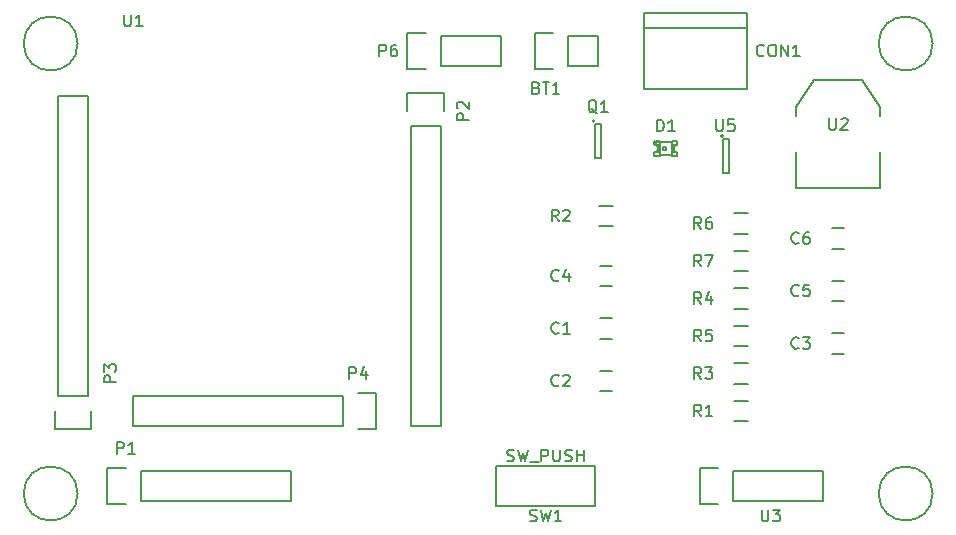
<source format=gbr>
G04 #@! TF.FileFunction,Legend,Top*
%FSLAX46Y46*%
G04 Gerber Fmt 4.6, Leading zero omitted, Abs format (unit mm)*
G04 Created by KiCad (PCBNEW (2015-03-05 BZR 5481)-product) date Monday, 13 July 2015 02:26:57 pm*
%MOMM*%
G01*
G04 APERTURE LIST*
%ADD10C,0.100000*%
%ADD11C,0.150000*%
G04 APERTURE END LIST*
D10*
D11*
X51435000Y-30480000D02*
X51435000Y-55880000D01*
X51435000Y-55880000D02*
X53975000Y-55880000D01*
X53975000Y-55880000D02*
X53975000Y-30480000D01*
X51155000Y-27660000D02*
X51155000Y-29210000D01*
X51435000Y-30480000D02*
X53975000Y-30480000D01*
X54255000Y-29210000D02*
X54255000Y-27660000D01*
X54255000Y-27660000D02*
X51155000Y-27660000D01*
X24130000Y-53340000D02*
X24130000Y-27940000D01*
X24130000Y-27940000D02*
X21590000Y-27940000D01*
X21590000Y-27940000D02*
X21590000Y-53340000D01*
X24410000Y-56160000D02*
X24410000Y-54610000D01*
X24130000Y-53340000D02*
X21590000Y-53340000D01*
X21310000Y-54610000D02*
X21310000Y-56160000D01*
X21310000Y-56160000D02*
X24410000Y-56160000D01*
X45720000Y-53340000D02*
X27940000Y-53340000D01*
X27940000Y-53340000D02*
X27940000Y-55880000D01*
X27940000Y-55880000D02*
X45720000Y-55880000D01*
X48540000Y-53060000D02*
X46990000Y-53060000D01*
X45720000Y-53340000D02*
X45720000Y-55880000D01*
X46990000Y-56160000D02*
X48540000Y-56160000D01*
X48540000Y-56160000D02*
X48540000Y-53060000D01*
X53975000Y-25400000D02*
X59055000Y-25400000D01*
X59055000Y-25400000D02*
X59055000Y-22860000D01*
X59055000Y-22860000D02*
X53975000Y-22860000D01*
X51155000Y-22580000D02*
X52705000Y-22580000D01*
X53975000Y-22860000D02*
X53975000Y-25400000D01*
X52705000Y-25680000D02*
X51155000Y-25680000D01*
X51155000Y-25680000D02*
X51155000Y-22580000D01*
X67010000Y-30050000D02*
G75*
G03X67010000Y-30050000I-100000J0D01*
G01*
X67560000Y-30300000D02*
X67060000Y-30300000D01*
X67560000Y-33200000D02*
X67560000Y-30300000D01*
X67060000Y-33200000D02*
X67560000Y-33200000D01*
X67060000Y-30300000D02*
X67060000Y-33200000D01*
X84074000Y-32639000D02*
X84074000Y-35687000D01*
X84074000Y-35687000D02*
X91186000Y-35687000D01*
X91186000Y-35687000D02*
X91186000Y-32639000D01*
X84074000Y-29591000D02*
X84074000Y-28829000D01*
X84074000Y-28829000D02*
X85598000Y-26543000D01*
X85598000Y-26543000D02*
X89662000Y-26543000D01*
X89662000Y-26543000D02*
X91186000Y-28829000D01*
X91186000Y-28829000D02*
X91186000Y-29591000D01*
X78740000Y-62230000D02*
X86360000Y-62230000D01*
X78740000Y-59690000D02*
X86360000Y-59690000D01*
X75920000Y-59410000D02*
X77470000Y-59410000D01*
X86360000Y-62230000D02*
X86360000Y-59690000D01*
X78740000Y-59690000D02*
X78740000Y-62230000D01*
X77470000Y-62510000D02*
X75920000Y-62510000D01*
X75920000Y-62510000D02*
X75920000Y-59410000D01*
X77905000Y-31320000D02*
G75*
G03X77905000Y-31320000I-100000J0D01*
G01*
X78355000Y-31570000D02*
X77855000Y-31570000D01*
X78355000Y-34470000D02*
X78355000Y-31570000D01*
X77855000Y-34470000D02*
X78355000Y-34470000D01*
X77855000Y-31570000D02*
X77855000Y-34470000D01*
X79915900Y-20947540D02*
X71215900Y-20947540D01*
X79915900Y-27352540D02*
X71215900Y-27352540D01*
X71215900Y-27352540D02*
X71215900Y-20947540D01*
X71215900Y-22177540D02*
X79915900Y-22177540D01*
X79915900Y-20947540D02*
X79915900Y-27352540D01*
X64770000Y-22860000D02*
X67310000Y-22860000D01*
X61950000Y-22580000D02*
X63500000Y-22580000D01*
X64770000Y-22860000D02*
X64770000Y-25400000D01*
X63500000Y-25680000D02*
X61950000Y-25680000D01*
X61950000Y-25680000D02*
X61950000Y-22580000D01*
X64770000Y-25400000D02*
X67310000Y-25400000D01*
X67310000Y-25400000D02*
X67310000Y-22860000D01*
X72527160Y-32684720D02*
X72527160Y-33009840D01*
X72527160Y-33009840D02*
X72026780Y-33009840D01*
X72026780Y-32684720D02*
X72026780Y-33009840D01*
X72527160Y-32684720D02*
X72026780Y-32684720D01*
X72527160Y-32062420D02*
X72527160Y-32212280D01*
X72527160Y-32212280D02*
X72275700Y-32212280D01*
X72275700Y-32062420D02*
X72275700Y-32212280D01*
X72527160Y-32062420D02*
X72275700Y-32062420D01*
X72527160Y-32557720D02*
X72527160Y-32707580D01*
X72527160Y-32707580D02*
X72275700Y-32707580D01*
X72275700Y-32557720D02*
X72275700Y-32707580D01*
X72527160Y-32557720D02*
X72275700Y-32557720D01*
X72527160Y-32186880D02*
X72527160Y-32583120D01*
X72527160Y-32583120D02*
X72351900Y-32583120D01*
X72351900Y-32186880D02*
X72351900Y-32583120D01*
X72527160Y-32186880D02*
X72351900Y-32186880D01*
X74023220Y-32684720D02*
X74023220Y-33009840D01*
X74023220Y-33009840D02*
X73522840Y-33009840D01*
X73522840Y-32684720D02*
X73522840Y-33009840D01*
X74023220Y-32684720D02*
X73522840Y-32684720D01*
X74023220Y-31760160D02*
X74023220Y-32085280D01*
X74023220Y-32085280D02*
X73522840Y-32085280D01*
X73522840Y-31760160D02*
X73522840Y-32085280D01*
X74023220Y-31760160D02*
X73522840Y-31760160D01*
X73774300Y-32557720D02*
X73774300Y-32707580D01*
X73774300Y-32707580D02*
X73522840Y-32707580D01*
X73522840Y-32557720D02*
X73522840Y-32707580D01*
X73774300Y-32557720D02*
X73522840Y-32557720D01*
X73774300Y-32062420D02*
X73774300Y-32212280D01*
X73774300Y-32212280D02*
X73522840Y-32212280D01*
X73522840Y-32062420D02*
X73522840Y-32212280D01*
X73774300Y-32062420D02*
X73522840Y-32062420D01*
X73698100Y-32186880D02*
X73698100Y-32583120D01*
X73698100Y-32583120D02*
X73522840Y-32583120D01*
X73522840Y-32186880D02*
X73522840Y-32583120D01*
X73698100Y-32186880D02*
X73522840Y-32186880D01*
X73025000Y-32285940D02*
X73025000Y-32484060D01*
X73025000Y-32484060D02*
X72826880Y-32484060D01*
X72826880Y-32285940D02*
X72826880Y-32484060D01*
X73025000Y-32285940D02*
X72826880Y-32285940D01*
X72527160Y-31785560D02*
X72527160Y-32085280D01*
X72527160Y-32085280D02*
X72227440Y-32085280D01*
X72227440Y-31785560D02*
X72227440Y-32085280D01*
X72527160Y-31785560D02*
X72227440Y-31785560D01*
X72100440Y-31760160D02*
X72100440Y-31986220D01*
X72100440Y-31986220D02*
X72026780Y-31986220D01*
X72026780Y-31760160D02*
X72026780Y-31986220D01*
X72100440Y-31760160D02*
X72026780Y-31760160D01*
X72501760Y-32959040D02*
X73548240Y-32959040D01*
X73522840Y-31810960D02*
X72100440Y-31810960D01*
X72248482Y-31935420D02*
G75*
G03X72248482Y-31935420I-71842J0D01*
G01*
X72026780Y-32037020D02*
G75*
G02X72026780Y-32732980I0J-347980D01*
G01*
X74023220Y-32732980D02*
G75*
G02X74023220Y-32037020I0J347980D01*
G01*
X28575000Y-59690000D02*
X41275000Y-59690000D01*
X41275000Y-59690000D02*
X41275000Y-62230000D01*
X41275000Y-62230000D02*
X28575000Y-62230000D01*
X25755000Y-59410000D02*
X27305000Y-59410000D01*
X28575000Y-59690000D02*
X28575000Y-62230000D01*
X27305000Y-62510000D02*
X25755000Y-62510000D01*
X25755000Y-62510000D02*
X25755000Y-59410000D01*
X23241000Y-23495000D02*
G75*
G03X23241000Y-23495000I-2286000J0D01*
G01*
X95631000Y-23495000D02*
G75*
G03X95631000Y-23495000I-2286000J0D01*
G01*
X95631000Y-61595000D02*
G75*
G03X95631000Y-61595000I-2286000J0D01*
G01*
X23241000Y-61595000D02*
G75*
G03X23241000Y-61595000I-2286000J0D01*
G01*
X68445000Y-46775000D02*
X67445000Y-46775000D01*
X67445000Y-48475000D02*
X68445000Y-48475000D01*
X68445000Y-51220000D02*
X67445000Y-51220000D01*
X67445000Y-52920000D02*
X68445000Y-52920000D01*
X88130000Y-48045000D02*
X87130000Y-48045000D01*
X87130000Y-49745000D02*
X88130000Y-49745000D01*
X68445000Y-42330000D02*
X67445000Y-42330000D01*
X67445000Y-44030000D02*
X68445000Y-44030000D01*
X88130000Y-43600000D02*
X87130000Y-43600000D01*
X87130000Y-45300000D02*
X88130000Y-45300000D01*
X88130000Y-39155000D02*
X87130000Y-39155000D01*
X87130000Y-40855000D02*
X88130000Y-40855000D01*
X79975000Y-55485000D02*
X78775000Y-55485000D01*
X78775000Y-53735000D02*
X79975000Y-53735000D01*
X68545000Y-38975000D02*
X67345000Y-38975000D01*
X67345000Y-37225000D02*
X68545000Y-37225000D01*
X79975000Y-52310000D02*
X78775000Y-52310000D01*
X78775000Y-50560000D02*
X79975000Y-50560000D01*
X79975000Y-45960000D02*
X78775000Y-45960000D01*
X78775000Y-44210000D02*
X79975000Y-44210000D01*
X79975000Y-49135000D02*
X78775000Y-49135000D01*
X78775000Y-47385000D02*
X79975000Y-47385000D01*
X79975000Y-39610000D02*
X78775000Y-39610000D01*
X78775000Y-37860000D02*
X79975000Y-37860000D01*
X79975000Y-42785000D02*
X78775000Y-42785000D01*
X78775000Y-41035000D02*
X79975000Y-41035000D01*
X58665000Y-59260000D02*
X67065000Y-59260000D01*
X67065000Y-59260000D02*
X67065000Y-62660000D01*
X67065000Y-62660000D02*
X58665000Y-62660000D01*
X58665000Y-62660000D02*
X58665000Y-59260000D01*
X56332381Y-29948095D02*
X55332381Y-29948095D01*
X55332381Y-29567142D01*
X55380000Y-29471904D01*
X55427619Y-29424285D01*
X55522857Y-29376666D01*
X55665714Y-29376666D01*
X55760952Y-29424285D01*
X55808571Y-29471904D01*
X55856190Y-29567142D01*
X55856190Y-29948095D01*
X55427619Y-28995714D02*
X55380000Y-28948095D01*
X55332381Y-28852857D01*
X55332381Y-28614761D01*
X55380000Y-28519523D01*
X55427619Y-28471904D01*
X55522857Y-28424285D01*
X55618095Y-28424285D01*
X55760952Y-28471904D01*
X56332381Y-29043333D01*
X56332381Y-28424285D01*
X26487381Y-52173095D02*
X25487381Y-52173095D01*
X25487381Y-51792142D01*
X25535000Y-51696904D01*
X25582619Y-51649285D01*
X25677857Y-51601666D01*
X25820714Y-51601666D01*
X25915952Y-51649285D01*
X25963571Y-51696904D01*
X26011190Y-51792142D01*
X26011190Y-52173095D01*
X25487381Y-51268333D02*
X25487381Y-50649285D01*
X25868333Y-50982619D01*
X25868333Y-50839761D01*
X25915952Y-50744523D01*
X25963571Y-50696904D01*
X26058810Y-50649285D01*
X26296905Y-50649285D01*
X26392143Y-50696904D01*
X26439762Y-50744523D01*
X26487381Y-50839761D01*
X26487381Y-51125476D01*
X26439762Y-51220714D01*
X26392143Y-51268333D01*
X46251905Y-51887381D02*
X46251905Y-50887381D01*
X46632858Y-50887381D01*
X46728096Y-50935000D01*
X46775715Y-50982619D01*
X46823334Y-51077857D01*
X46823334Y-51220714D01*
X46775715Y-51315952D01*
X46728096Y-51363571D01*
X46632858Y-51411190D01*
X46251905Y-51411190D01*
X47680477Y-51220714D02*
X47680477Y-51887381D01*
X47442381Y-50839762D02*
X47204286Y-51554048D01*
X47823334Y-51554048D01*
X48791905Y-24582381D02*
X48791905Y-23582381D01*
X49172858Y-23582381D01*
X49268096Y-23630000D01*
X49315715Y-23677619D01*
X49363334Y-23772857D01*
X49363334Y-23915714D01*
X49315715Y-24010952D01*
X49268096Y-24058571D01*
X49172858Y-24106190D01*
X48791905Y-24106190D01*
X50220477Y-23582381D02*
X50030000Y-23582381D01*
X49934762Y-23630000D01*
X49887143Y-23677619D01*
X49791905Y-23820476D01*
X49744286Y-24010952D01*
X49744286Y-24391905D01*
X49791905Y-24487143D01*
X49839524Y-24534762D01*
X49934762Y-24582381D01*
X50125239Y-24582381D01*
X50220477Y-24534762D01*
X50268096Y-24487143D01*
X50315715Y-24391905D01*
X50315715Y-24153810D01*
X50268096Y-24058571D01*
X50220477Y-24010952D01*
X50125239Y-23963333D01*
X49934762Y-23963333D01*
X49839524Y-24010952D01*
X49791905Y-24058571D01*
X49744286Y-24153810D01*
X67214762Y-29397619D02*
X67119524Y-29350000D01*
X67024286Y-29254762D01*
X66881429Y-29111905D01*
X66786190Y-29064286D01*
X66690952Y-29064286D01*
X66738571Y-29302381D02*
X66643333Y-29254762D01*
X66548095Y-29159524D01*
X66500476Y-28969048D01*
X66500476Y-28635714D01*
X66548095Y-28445238D01*
X66643333Y-28350000D01*
X66738571Y-28302381D01*
X66929048Y-28302381D01*
X67024286Y-28350000D01*
X67119524Y-28445238D01*
X67167143Y-28635714D01*
X67167143Y-28969048D01*
X67119524Y-29159524D01*
X67024286Y-29254762D01*
X66929048Y-29302381D01*
X66738571Y-29302381D01*
X68119524Y-29302381D02*
X67548095Y-29302381D01*
X67833809Y-29302381D02*
X67833809Y-28302381D01*
X67738571Y-28445238D01*
X67643333Y-28540476D01*
X67548095Y-28588095D01*
X27178095Y-21042381D02*
X27178095Y-21851905D01*
X27225714Y-21947143D01*
X27273333Y-21994762D01*
X27368571Y-22042381D01*
X27559048Y-22042381D01*
X27654286Y-21994762D01*
X27701905Y-21947143D01*
X27749524Y-21851905D01*
X27749524Y-21042381D01*
X28749524Y-22042381D02*
X28178095Y-22042381D01*
X28463809Y-22042381D02*
X28463809Y-21042381D01*
X28368571Y-21185238D01*
X28273333Y-21280476D01*
X28178095Y-21328095D01*
X86868095Y-29805381D02*
X86868095Y-30614905D01*
X86915714Y-30710143D01*
X86963333Y-30757762D01*
X87058571Y-30805381D01*
X87249048Y-30805381D01*
X87344286Y-30757762D01*
X87391905Y-30710143D01*
X87439524Y-30614905D01*
X87439524Y-29805381D01*
X87868095Y-29900619D02*
X87915714Y-29853000D01*
X88010952Y-29805381D01*
X88249048Y-29805381D01*
X88344286Y-29853000D01*
X88391905Y-29900619D01*
X88439524Y-29995857D01*
X88439524Y-30091095D01*
X88391905Y-30233952D01*
X87820476Y-30805381D01*
X88439524Y-30805381D01*
X81153095Y-62952381D02*
X81153095Y-63761905D01*
X81200714Y-63857143D01*
X81248333Y-63904762D01*
X81343571Y-63952381D01*
X81534048Y-63952381D01*
X81629286Y-63904762D01*
X81676905Y-63857143D01*
X81724524Y-63761905D01*
X81724524Y-62952381D01*
X82105476Y-62952381D02*
X82724524Y-62952381D01*
X82391190Y-63333333D01*
X82534048Y-63333333D01*
X82629286Y-63380952D01*
X82676905Y-63428571D01*
X82724524Y-63523810D01*
X82724524Y-63761905D01*
X82676905Y-63857143D01*
X82629286Y-63904762D01*
X82534048Y-63952381D01*
X82248333Y-63952381D01*
X82153095Y-63904762D01*
X82105476Y-63857143D01*
X77293095Y-29922381D02*
X77293095Y-30731905D01*
X77340714Y-30827143D01*
X77388333Y-30874762D01*
X77483571Y-30922381D01*
X77674048Y-30922381D01*
X77769286Y-30874762D01*
X77816905Y-30827143D01*
X77864524Y-30731905D01*
X77864524Y-29922381D01*
X78816905Y-29922381D02*
X78340714Y-29922381D01*
X78293095Y-30398571D01*
X78340714Y-30350952D01*
X78435952Y-30303333D01*
X78674048Y-30303333D01*
X78769286Y-30350952D01*
X78816905Y-30398571D01*
X78864524Y-30493810D01*
X78864524Y-30731905D01*
X78816905Y-30827143D01*
X78769286Y-30874762D01*
X78674048Y-30922381D01*
X78435952Y-30922381D01*
X78340714Y-30874762D01*
X78293095Y-30827143D01*
X81335715Y-24487143D02*
X81288096Y-24534762D01*
X81145239Y-24582381D01*
X81050001Y-24582381D01*
X80907143Y-24534762D01*
X80811905Y-24439524D01*
X80764286Y-24344286D01*
X80716667Y-24153810D01*
X80716667Y-24010952D01*
X80764286Y-23820476D01*
X80811905Y-23725238D01*
X80907143Y-23630000D01*
X81050001Y-23582381D01*
X81145239Y-23582381D01*
X81288096Y-23630000D01*
X81335715Y-23677619D01*
X81954762Y-23582381D02*
X82145239Y-23582381D01*
X82240477Y-23630000D01*
X82335715Y-23725238D01*
X82383334Y-23915714D01*
X82383334Y-24249048D01*
X82335715Y-24439524D01*
X82240477Y-24534762D01*
X82145239Y-24582381D01*
X81954762Y-24582381D01*
X81859524Y-24534762D01*
X81764286Y-24439524D01*
X81716667Y-24249048D01*
X81716667Y-23915714D01*
X81764286Y-23725238D01*
X81859524Y-23630000D01*
X81954762Y-23582381D01*
X82811905Y-24582381D02*
X82811905Y-23582381D01*
X83383334Y-24582381D01*
X83383334Y-23582381D01*
X84383334Y-24582381D02*
X83811905Y-24582381D01*
X84097619Y-24582381D02*
X84097619Y-23582381D01*
X84002381Y-23725238D01*
X83907143Y-23820476D01*
X83811905Y-23868095D01*
X62079286Y-27233571D02*
X62222143Y-27281190D01*
X62269762Y-27328810D01*
X62317381Y-27424048D01*
X62317381Y-27566905D01*
X62269762Y-27662143D01*
X62222143Y-27709762D01*
X62126905Y-27757381D01*
X61745952Y-27757381D01*
X61745952Y-26757381D01*
X62079286Y-26757381D01*
X62174524Y-26805000D01*
X62222143Y-26852619D01*
X62269762Y-26947857D01*
X62269762Y-27043095D01*
X62222143Y-27138333D01*
X62174524Y-27185952D01*
X62079286Y-27233571D01*
X61745952Y-27233571D01*
X62603095Y-26757381D02*
X63174524Y-26757381D01*
X62888809Y-27757381D02*
X62888809Y-26757381D01*
X64031667Y-27757381D02*
X63460238Y-27757381D01*
X63745952Y-27757381D02*
X63745952Y-26757381D01*
X63650714Y-26900238D01*
X63555476Y-26995476D01*
X63460238Y-27043095D01*
X72286905Y-30932381D02*
X72286905Y-29932381D01*
X72525000Y-29932381D01*
X72667858Y-29980000D01*
X72763096Y-30075238D01*
X72810715Y-30170476D01*
X72858334Y-30360952D01*
X72858334Y-30503810D01*
X72810715Y-30694286D01*
X72763096Y-30789524D01*
X72667858Y-30884762D01*
X72525000Y-30932381D01*
X72286905Y-30932381D01*
X73810715Y-30932381D02*
X73239286Y-30932381D01*
X73525000Y-30932381D02*
X73525000Y-29932381D01*
X73429762Y-30075238D01*
X73334524Y-30170476D01*
X73239286Y-30218095D01*
X26566905Y-58237381D02*
X26566905Y-57237381D01*
X26947858Y-57237381D01*
X27043096Y-57285000D01*
X27090715Y-57332619D01*
X27138334Y-57427857D01*
X27138334Y-57570714D01*
X27090715Y-57665952D01*
X27043096Y-57713571D01*
X26947858Y-57761190D01*
X26566905Y-57761190D01*
X28090715Y-58237381D02*
X27519286Y-58237381D01*
X27805000Y-58237381D02*
X27805000Y-57237381D01*
X27709762Y-57380238D01*
X27614524Y-57475476D01*
X27519286Y-57523095D01*
X63968334Y-47982143D02*
X63920715Y-48029762D01*
X63777858Y-48077381D01*
X63682620Y-48077381D01*
X63539762Y-48029762D01*
X63444524Y-47934524D01*
X63396905Y-47839286D01*
X63349286Y-47648810D01*
X63349286Y-47505952D01*
X63396905Y-47315476D01*
X63444524Y-47220238D01*
X63539762Y-47125000D01*
X63682620Y-47077381D01*
X63777858Y-47077381D01*
X63920715Y-47125000D01*
X63968334Y-47172619D01*
X64920715Y-48077381D02*
X64349286Y-48077381D01*
X64635000Y-48077381D02*
X64635000Y-47077381D01*
X64539762Y-47220238D01*
X64444524Y-47315476D01*
X64349286Y-47363095D01*
X63968334Y-52427143D02*
X63920715Y-52474762D01*
X63777858Y-52522381D01*
X63682620Y-52522381D01*
X63539762Y-52474762D01*
X63444524Y-52379524D01*
X63396905Y-52284286D01*
X63349286Y-52093810D01*
X63349286Y-51950952D01*
X63396905Y-51760476D01*
X63444524Y-51665238D01*
X63539762Y-51570000D01*
X63682620Y-51522381D01*
X63777858Y-51522381D01*
X63920715Y-51570000D01*
X63968334Y-51617619D01*
X64349286Y-51617619D02*
X64396905Y-51570000D01*
X64492143Y-51522381D01*
X64730239Y-51522381D01*
X64825477Y-51570000D01*
X64873096Y-51617619D01*
X64920715Y-51712857D01*
X64920715Y-51808095D01*
X64873096Y-51950952D01*
X64301667Y-52522381D01*
X64920715Y-52522381D01*
X84288334Y-49252143D02*
X84240715Y-49299762D01*
X84097858Y-49347381D01*
X84002620Y-49347381D01*
X83859762Y-49299762D01*
X83764524Y-49204524D01*
X83716905Y-49109286D01*
X83669286Y-48918810D01*
X83669286Y-48775952D01*
X83716905Y-48585476D01*
X83764524Y-48490238D01*
X83859762Y-48395000D01*
X84002620Y-48347381D01*
X84097858Y-48347381D01*
X84240715Y-48395000D01*
X84288334Y-48442619D01*
X84621667Y-48347381D02*
X85240715Y-48347381D01*
X84907381Y-48728333D01*
X85050239Y-48728333D01*
X85145477Y-48775952D01*
X85193096Y-48823571D01*
X85240715Y-48918810D01*
X85240715Y-49156905D01*
X85193096Y-49252143D01*
X85145477Y-49299762D01*
X85050239Y-49347381D01*
X84764524Y-49347381D01*
X84669286Y-49299762D01*
X84621667Y-49252143D01*
X63968334Y-43537143D02*
X63920715Y-43584762D01*
X63777858Y-43632381D01*
X63682620Y-43632381D01*
X63539762Y-43584762D01*
X63444524Y-43489524D01*
X63396905Y-43394286D01*
X63349286Y-43203810D01*
X63349286Y-43060952D01*
X63396905Y-42870476D01*
X63444524Y-42775238D01*
X63539762Y-42680000D01*
X63682620Y-42632381D01*
X63777858Y-42632381D01*
X63920715Y-42680000D01*
X63968334Y-42727619D01*
X64825477Y-42965714D02*
X64825477Y-43632381D01*
X64587381Y-42584762D02*
X64349286Y-43299048D01*
X64968334Y-43299048D01*
X84288334Y-44807143D02*
X84240715Y-44854762D01*
X84097858Y-44902381D01*
X84002620Y-44902381D01*
X83859762Y-44854762D01*
X83764524Y-44759524D01*
X83716905Y-44664286D01*
X83669286Y-44473810D01*
X83669286Y-44330952D01*
X83716905Y-44140476D01*
X83764524Y-44045238D01*
X83859762Y-43950000D01*
X84002620Y-43902381D01*
X84097858Y-43902381D01*
X84240715Y-43950000D01*
X84288334Y-43997619D01*
X85193096Y-43902381D02*
X84716905Y-43902381D01*
X84669286Y-44378571D01*
X84716905Y-44330952D01*
X84812143Y-44283333D01*
X85050239Y-44283333D01*
X85145477Y-44330952D01*
X85193096Y-44378571D01*
X85240715Y-44473810D01*
X85240715Y-44711905D01*
X85193096Y-44807143D01*
X85145477Y-44854762D01*
X85050239Y-44902381D01*
X84812143Y-44902381D01*
X84716905Y-44854762D01*
X84669286Y-44807143D01*
X84288334Y-40362143D02*
X84240715Y-40409762D01*
X84097858Y-40457381D01*
X84002620Y-40457381D01*
X83859762Y-40409762D01*
X83764524Y-40314524D01*
X83716905Y-40219286D01*
X83669286Y-40028810D01*
X83669286Y-39885952D01*
X83716905Y-39695476D01*
X83764524Y-39600238D01*
X83859762Y-39505000D01*
X84002620Y-39457381D01*
X84097858Y-39457381D01*
X84240715Y-39505000D01*
X84288334Y-39552619D01*
X85145477Y-39457381D02*
X84955000Y-39457381D01*
X84859762Y-39505000D01*
X84812143Y-39552619D01*
X84716905Y-39695476D01*
X84669286Y-39885952D01*
X84669286Y-40266905D01*
X84716905Y-40362143D01*
X84764524Y-40409762D01*
X84859762Y-40457381D01*
X85050239Y-40457381D01*
X85145477Y-40409762D01*
X85193096Y-40362143D01*
X85240715Y-40266905D01*
X85240715Y-40028810D01*
X85193096Y-39933571D01*
X85145477Y-39885952D01*
X85050239Y-39838333D01*
X84859762Y-39838333D01*
X84764524Y-39885952D01*
X84716905Y-39933571D01*
X84669286Y-40028810D01*
X76033334Y-55062381D02*
X75700000Y-54586190D01*
X75461905Y-55062381D02*
X75461905Y-54062381D01*
X75842858Y-54062381D01*
X75938096Y-54110000D01*
X75985715Y-54157619D01*
X76033334Y-54252857D01*
X76033334Y-54395714D01*
X75985715Y-54490952D01*
X75938096Y-54538571D01*
X75842858Y-54586190D01*
X75461905Y-54586190D01*
X76985715Y-55062381D02*
X76414286Y-55062381D01*
X76700000Y-55062381D02*
X76700000Y-54062381D01*
X76604762Y-54205238D01*
X76509524Y-54300476D01*
X76414286Y-54348095D01*
X63968334Y-38552381D02*
X63635000Y-38076190D01*
X63396905Y-38552381D02*
X63396905Y-37552381D01*
X63777858Y-37552381D01*
X63873096Y-37600000D01*
X63920715Y-37647619D01*
X63968334Y-37742857D01*
X63968334Y-37885714D01*
X63920715Y-37980952D01*
X63873096Y-38028571D01*
X63777858Y-38076190D01*
X63396905Y-38076190D01*
X64349286Y-37647619D02*
X64396905Y-37600000D01*
X64492143Y-37552381D01*
X64730239Y-37552381D01*
X64825477Y-37600000D01*
X64873096Y-37647619D01*
X64920715Y-37742857D01*
X64920715Y-37838095D01*
X64873096Y-37980952D01*
X64301667Y-38552381D01*
X64920715Y-38552381D01*
X76033334Y-51887381D02*
X75700000Y-51411190D01*
X75461905Y-51887381D02*
X75461905Y-50887381D01*
X75842858Y-50887381D01*
X75938096Y-50935000D01*
X75985715Y-50982619D01*
X76033334Y-51077857D01*
X76033334Y-51220714D01*
X75985715Y-51315952D01*
X75938096Y-51363571D01*
X75842858Y-51411190D01*
X75461905Y-51411190D01*
X76366667Y-50887381D02*
X76985715Y-50887381D01*
X76652381Y-51268333D01*
X76795239Y-51268333D01*
X76890477Y-51315952D01*
X76938096Y-51363571D01*
X76985715Y-51458810D01*
X76985715Y-51696905D01*
X76938096Y-51792143D01*
X76890477Y-51839762D01*
X76795239Y-51887381D01*
X76509524Y-51887381D01*
X76414286Y-51839762D01*
X76366667Y-51792143D01*
X76033334Y-45537381D02*
X75700000Y-45061190D01*
X75461905Y-45537381D02*
X75461905Y-44537381D01*
X75842858Y-44537381D01*
X75938096Y-44585000D01*
X75985715Y-44632619D01*
X76033334Y-44727857D01*
X76033334Y-44870714D01*
X75985715Y-44965952D01*
X75938096Y-45013571D01*
X75842858Y-45061190D01*
X75461905Y-45061190D01*
X76890477Y-44870714D02*
X76890477Y-45537381D01*
X76652381Y-44489762D02*
X76414286Y-45204048D01*
X77033334Y-45204048D01*
X76033334Y-48712381D02*
X75700000Y-48236190D01*
X75461905Y-48712381D02*
X75461905Y-47712381D01*
X75842858Y-47712381D01*
X75938096Y-47760000D01*
X75985715Y-47807619D01*
X76033334Y-47902857D01*
X76033334Y-48045714D01*
X75985715Y-48140952D01*
X75938096Y-48188571D01*
X75842858Y-48236190D01*
X75461905Y-48236190D01*
X76938096Y-47712381D02*
X76461905Y-47712381D01*
X76414286Y-48188571D01*
X76461905Y-48140952D01*
X76557143Y-48093333D01*
X76795239Y-48093333D01*
X76890477Y-48140952D01*
X76938096Y-48188571D01*
X76985715Y-48283810D01*
X76985715Y-48521905D01*
X76938096Y-48617143D01*
X76890477Y-48664762D01*
X76795239Y-48712381D01*
X76557143Y-48712381D01*
X76461905Y-48664762D01*
X76414286Y-48617143D01*
X76033334Y-39187381D02*
X75700000Y-38711190D01*
X75461905Y-39187381D02*
X75461905Y-38187381D01*
X75842858Y-38187381D01*
X75938096Y-38235000D01*
X75985715Y-38282619D01*
X76033334Y-38377857D01*
X76033334Y-38520714D01*
X75985715Y-38615952D01*
X75938096Y-38663571D01*
X75842858Y-38711190D01*
X75461905Y-38711190D01*
X76890477Y-38187381D02*
X76700000Y-38187381D01*
X76604762Y-38235000D01*
X76557143Y-38282619D01*
X76461905Y-38425476D01*
X76414286Y-38615952D01*
X76414286Y-38996905D01*
X76461905Y-39092143D01*
X76509524Y-39139762D01*
X76604762Y-39187381D01*
X76795239Y-39187381D01*
X76890477Y-39139762D01*
X76938096Y-39092143D01*
X76985715Y-38996905D01*
X76985715Y-38758810D01*
X76938096Y-38663571D01*
X76890477Y-38615952D01*
X76795239Y-38568333D01*
X76604762Y-38568333D01*
X76509524Y-38615952D01*
X76461905Y-38663571D01*
X76414286Y-38758810D01*
X76033334Y-42362381D02*
X75700000Y-41886190D01*
X75461905Y-42362381D02*
X75461905Y-41362381D01*
X75842858Y-41362381D01*
X75938096Y-41410000D01*
X75985715Y-41457619D01*
X76033334Y-41552857D01*
X76033334Y-41695714D01*
X75985715Y-41790952D01*
X75938096Y-41838571D01*
X75842858Y-41886190D01*
X75461905Y-41886190D01*
X76366667Y-41362381D02*
X77033334Y-41362381D01*
X76604762Y-42362381D01*
X61531667Y-63904762D02*
X61674524Y-63952381D01*
X61912620Y-63952381D01*
X62007858Y-63904762D01*
X62055477Y-63857143D01*
X62103096Y-63761905D01*
X62103096Y-63666667D01*
X62055477Y-63571429D01*
X62007858Y-63523810D01*
X61912620Y-63476190D01*
X61722143Y-63428571D01*
X61626905Y-63380952D01*
X61579286Y-63333333D01*
X61531667Y-63238095D01*
X61531667Y-63142857D01*
X61579286Y-63047619D01*
X61626905Y-63000000D01*
X61722143Y-62952381D01*
X61960239Y-62952381D01*
X62103096Y-63000000D01*
X62436429Y-62952381D02*
X62674524Y-63952381D01*
X62865001Y-63238095D01*
X63055477Y-63952381D01*
X63293572Y-62952381D01*
X64198334Y-63952381D02*
X63626905Y-63952381D01*
X63912619Y-63952381D02*
X63912619Y-62952381D01*
X63817381Y-63095238D01*
X63722143Y-63190476D01*
X63626905Y-63238095D01*
X59603095Y-58824762D02*
X59745952Y-58872381D01*
X59984048Y-58872381D01*
X60079286Y-58824762D01*
X60126905Y-58777143D01*
X60174524Y-58681905D01*
X60174524Y-58586667D01*
X60126905Y-58491429D01*
X60079286Y-58443810D01*
X59984048Y-58396190D01*
X59793571Y-58348571D01*
X59698333Y-58300952D01*
X59650714Y-58253333D01*
X59603095Y-58158095D01*
X59603095Y-58062857D01*
X59650714Y-57967619D01*
X59698333Y-57920000D01*
X59793571Y-57872381D01*
X60031667Y-57872381D01*
X60174524Y-57920000D01*
X60507857Y-57872381D02*
X60745952Y-58872381D01*
X60936429Y-58158095D01*
X61126905Y-58872381D01*
X61365000Y-57872381D01*
X61507857Y-58967619D02*
X62269762Y-58967619D01*
X62507857Y-58872381D02*
X62507857Y-57872381D01*
X62888810Y-57872381D01*
X62984048Y-57920000D01*
X63031667Y-57967619D01*
X63079286Y-58062857D01*
X63079286Y-58205714D01*
X63031667Y-58300952D01*
X62984048Y-58348571D01*
X62888810Y-58396190D01*
X62507857Y-58396190D01*
X63507857Y-57872381D02*
X63507857Y-58681905D01*
X63555476Y-58777143D01*
X63603095Y-58824762D01*
X63698333Y-58872381D01*
X63888810Y-58872381D01*
X63984048Y-58824762D01*
X64031667Y-58777143D01*
X64079286Y-58681905D01*
X64079286Y-57872381D01*
X64507857Y-58824762D02*
X64650714Y-58872381D01*
X64888810Y-58872381D01*
X64984048Y-58824762D01*
X65031667Y-58777143D01*
X65079286Y-58681905D01*
X65079286Y-58586667D01*
X65031667Y-58491429D01*
X64984048Y-58443810D01*
X64888810Y-58396190D01*
X64698333Y-58348571D01*
X64603095Y-58300952D01*
X64555476Y-58253333D01*
X64507857Y-58158095D01*
X64507857Y-58062857D01*
X64555476Y-57967619D01*
X64603095Y-57920000D01*
X64698333Y-57872381D01*
X64936429Y-57872381D01*
X65079286Y-57920000D01*
X65507857Y-58872381D02*
X65507857Y-57872381D01*
X65507857Y-58348571D02*
X66079286Y-58348571D01*
X66079286Y-58872381D02*
X66079286Y-57872381D01*
M02*

</source>
